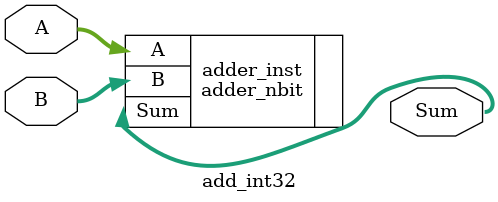
<source format=v>

module add_int32 #(
    parameter WIDTH = 32
)(
    input [WIDTH-1:0] A,
    input [WIDTH-1:0] B,
    output [WIDTH-1:0] Sum
);
    adder_nbit #(
        .WIDTH(WIDTH)
    ) adder_inst (
        .A(A),
        .B(B),
        .Sum(Sum)
    );
endmodule

</source>
